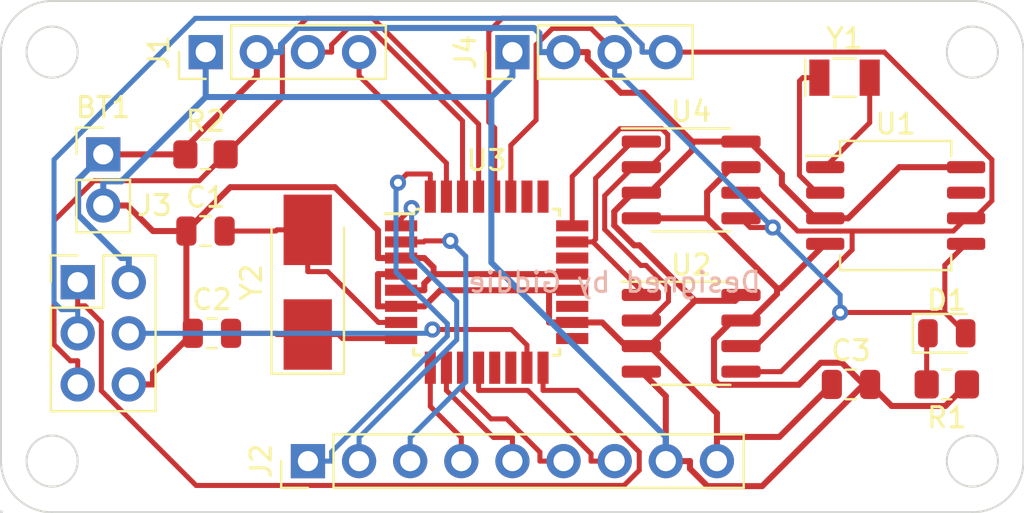
<source format=kicad_pcb>
(kicad_pcb (version 20211014) (generator pcbnew)
  (title_block (title "Arduino clone with external EEPROM") (date "2022-05-11") (rev "1") (company "GM Industries") (comment 1 "Designed by Giddie"))
  (layers (0 "F.Cu" signal) (31 "B.Cu" power) (34 "B.Paste" user) (35 "F.Paste" user) (36 "B.SilkS" user "B.Silkscreen") (37 "F.SilkS" user "F.Silkscreen") (38 "B.Mask" user) (39 "F.Mask" user) (44 "Edge.Cuts" user))
  (net 0 "")
  (net 1 "/VCC")
  (net 2 "GNDPWR")
  (net 3 "Net-(C1-Pad2)")
  (net 4 "Net-(C2-Pad2)")
  (net 5 "Net-(D1-Pad1)")
  (net 6 "/SDA")
  (net 7 "/RX")
  (net 8 "/TX")
  (net 9 "/D2")
  (net 10 "/D3")
  (net 11 "/D4")
  (net 12 "/D5")
  (net 13 "/D6")
  (net 14 "/D7")
  (net 15 "/D8")
  (net 16 "/MISO")
  (net 17 "/SCK")
  (net 18 "/MOSI")
  (net 19 "/RESET")
  (net 20 "Net-(U1-Pad1)")
  (net 21 "Net-(U1-Pad2)")
  (net 23 "/ADDR1")
  (net 24 "/ADDR2")
  (footprint "Capacitor_SMD:C_0805_2012Metric" (layer "F.Cu") (at 136.21 97.79)
    (fp_text reference "C3" (at 0 -1.68) (layer "F.SilkS"))
    (fp_text value "10uF")
    (fp_line (start -0.261252 -0.735) (end 0.261252 -0.735) (layer "F.SilkS") (width 0.12))
    (fp_line (start -0.261252 0.735) (end 0.261252 0.735) (layer "F.SilkS") (width 0.12))
    (pad "1" smd roundrect locked (at -0.95 0) (size 1 1.45) (layers "F.Cu" "F.Paste" "F.Mask") (net 1 "/VCC"))
    (pad "2" smd roundrect locked (at 0.95 0) (size 1 1.45) (layers "F.Cu" "F.Paste" "F.Mask") (net 2 "GNDPWR"))
  )
  (footprint "Connector_PinHeader_2.54mm:PinHeader_1x04_P2.54mm_Vertical" (layer "F.Cu") (at 104.15 81.28 90)
    (fp_text reference "J1" (at 0 -2.33 90) (layer "F.SilkS"))
    (fp_text value "Serial")
    (fp_line (start -1.33 8.95) (end 1.33 8.95) (layer "F.SilkS") (width 0.12))
    (fp_line (start 1.33 1.27) (end 1.33 8.95) (layer "F.SilkS") (width 0.12))
    (fp_line (start -1.33 1.27) (end 1.33 1.27) (layer "F.SilkS") (width 0.12))
    (fp_line (start -1.33 1.27) (end -1.33 8.95) (layer "F.SilkS") (width 0.12))
    (fp_line (start -1.33 0) (end -1.33 -1.33) (layer "F.SilkS") (width 0.12))
    (fp_line (start -1.33 -1.33) (end 0 -1.33) (layer "F.SilkS") (width 0.12))
    (pad "1" thru_hole rect locked (at 0 0 90) (size 1.7 1.7) (drill 1) (layers *.Cu *.Mask) (net 2 "GNDPWR"))
    (pad "2" thru_hole oval locked (at 0 2.54 90) (size 1.7 1.7) (drill 1) (layers *.Cu *.Mask) (net 1 "/VCC"))
    (pad "3" thru_hole oval locked (at 0 5.08 90) (size 1.7 1.7) (drill 1) (layers *.Cu *.Mask) (net 7 "/RX"))
    (pad "4" thru_hole oval locked (at 0 7.62 90) (size 1.7 1.7) (drill 1) (layers *.Cu *.Mask) (net 8 "/TX"))
  )
  (footprint "LED_SMD:LED_0805_2012Metric" (layer "F.Cu") (at 140.97 95.25)
    (fp_text reference "D1" (at 0 -1.65) (layer "F.SilkS"))
    (fp_text value "LED")
    (fp_line (start -1.685 0.96) (end 1 0.96) (layer "F.SilkS") (width 0.12))
    (fp_line (start -1.685 -0.96) (end -1.685 0.96) (layer "F.SilkS") (width 0.12))
    (fp_line (start 1 -0.96) (end -1.685 -0.96) (layer "F.SilkS") (width 0.12))
    (pad "1" smd roundrect locked (at -0.9375 0) (size 0.975 1.4) (layers "F.Cu" "F.Paste" "F.Mask") (net 5 "Net-(D1-Pad1)"))
    (pad "2" smd roundrect locked (at 0.9375 0) (size 0.975 1.4) (layers "F.Cu" "F.Paste" "F.Mask") (net 6 "/SDA"))
  )
  (footprint "Resistor_SMD:R_0805_2012Metric_Pad1.20x1.40mm_HandSolder" (layer "F.Cu") (at 104.14 86.36)
    (fp_text reference "R2" (at 0 -1.65) (layer "F.SilkS"))
    (fp_text value "10k")
    (fp_line (start -0.227064 0.735) (end 0.227064 0.735) (layer "F.SilkS") (width 0.12))
    (fp_line (start -0.227064 -0.735) (end 0.227064 -0.735) (layer "F.SilkS") (width 0.12))
    (pad "1" smd roundrect locked (at -1 0) (size 1.2 1.4) (layers "F.Cu" "F.Paste" "F.Mask") (roundrect_rratio 0.208333) (net 1 "/VCC"))
    (pad "2" smd roundrect locked (at 1 0) (size 1.2 1.4) (layers "F.Cu" "F.Paste" "F.Mask") (roundrect_rratio 0.208333) (net 19 "/RESET"))
  )
  (footprint "Connector_PinHeader_2.54mm:PinHeader_2x03_P2.54mm_Vertical" (layer "F.Cu") (at 97.79 92.71)
    (fp_text reference "J3" (at 3.81 -3.81) (layer "F.SilkS"))
    (fp_text value "ICSP")
    (fp_line (start 1.27 -1.33) (end 3.87 -1.33) (layer "F.SilkS") (width 0.12))
    (fp_line (start -1.33 1.27) (end 1.27 1.27) (layer "F.SilkS") (width 0.12))
    (fp_line (start -1.33 1.27) (end -1.33 6.41) (layer "F.SilkS") (width 0.12))
    (fp_line (start -1.33 6.41) (end 3.87 6.41) (layer "F.SilkS") (width 0.12))
    (fp_line (start 1.27 1.27) (end 1.27 -1.33) (layer "F.SilkS") (width 0.12))
    (fp_line (start -1.33 -1.33) (end 0 -1.33) (layer "F.SilkS") (width 0.12))
    (fp_line (start 3.87 -1.33) (end 3.87 6.41) (layer "F.SilkS") (width 0.12))
    (fp_line (start -1.33 0) (end -1.33 -1.33) (layer "F.SilkS") (width 0.12))
    (pad "1" thru_hole rect locked (at 0 0) (size 1.7 1.7) (drill 1) (layers *.Cu *.Mask) (net 16 "/MISO"))
    (pad "2" thru_hole oval locked (at 2.54 0) (size 1.7 1.7) (drill 1) (layers *.Cu *.Mask) (net 1 "/VCC"))
    (pad "3" thru_hole oval locked (at 0 2.54) (size 1.7 1.7) (drill 1) (layers *.Cu *.Mask) (net 17 "/SCK"))
    (pad "4" thru_hole oval locked (at 2.54 2.54) (size 1.7 1.7) (drill 1) (layers *.Cu *.Mask) (net 18 "/MOSI"))
    (pad "5" thru_hole oval locked (at 0 5.08) (size 1.7 1.7) (drill 1) (layers *.Cu *.Mask) (net 19 "/RESET"))
    (pad "6" thru_hole oval locked (at 2.54 5.08) (size 1.7 1.7) (drill 1) (layers *.Cu *.Mask) (net 2 "GNDPWR"))
  )
  (footprint "Package_SO:SOIC-8_3.9x4.9mm_P1.27mm" (layer "F.Cu") (at 128.27 95.25)
    (fp_text reference "U2" (at 0 -3.4) (layer "F.SilkS"))
    (fp_text value "24LC1025")
    (fp_line (start 0 2.56) (end -1.95 2.56) (layer "F.SilkS") (width 0.12))
    (fp_line (start 0 2.56) (end 1.95 2.56) (layer "F.SilkS") (width 0.12))
    (fp_line (start 0 -2.56) (end -3.45 -2.56) (layer "F.SilkS") (width 0.12))
    (fp_line (start 0 -2.56) (end 1.95 -2.56) (layer "F.SilkS") (width 0.12))
    (pad "1" smd roundrect locked (at -2.475 -1.905) (size 1.95 0.6) (layers "F.Cu" "F.Paste" "F.Mask") (net 23 "/ADDR1"))
    (pad "2" smd roundrect locked (at -2.475 -0.635) (size 1.95 0.6) (layers "F.Cu" "F.Paste" "F.Mask") (net 24 "/ADDR2"))
    (pad "3" smd roundrect locked (at -2.475 0.635) (size 1.95 0.6) (layers "F.Cu" "F.Paste" "F.Mask") (net 1 "/VCC"))
    (pad "4" smd roundrect locked (at -2.475 1.905) (size 1.95 0.6) (layers "F.Cu" "F.Paste" "F.Mask") (net 2 "GNDPWR"))
    (pad "5" smd roundrect locked (at 2.475 1.905) (size 1.95 0.6) (layers "F.Cu" "F.Paste" "F.Mask") (net 6 "/SDA"))
    (pad "6" smd roundrect locked (at 2.475 0.635) (size 1.95 0.6) (layers "F.Cu" "F.Paste" "F.Mask") (net 17 "/SCK"))
    (pad "7" smd roundrect locked (at 2.475 -0.635) (size 1.95 0.6) (layers "F.Cu" "F.Paste" "F.Mask") (net 2 "GNDPWR"))
    (pad "8" smd roundrect locked (at 2.475 -1.905) (size 1.95 0.6) (layers "F.Cu" "F.Paste" "F.Mask") (net 1 "/VCC"))
  )
  (footprint "Connector_PinHeader_2.54mm:PinHeader_1x09_P2.54mm_Vertical" (layer "F.Cu") (at 109.23 101.6 90)
    (fp_text reference "J2" (at 0 -2.33 90) (layer "F.SilkS"))
    (fp_text value "Digital Pins")
    (fp_line (start -1.33 21.65) (end 1.33 21.65) (layer "F.SilkS") (width 0.12))
    (fp_line (start 1.33 1.27) (end 1.33 21.65) (layer "F.SilkS") (width 0.12))
    (fp_line (start -1.33 1.27) (end 1.33 1.27) (layer "F.SilkS") (width 0.12))
    (fp_line (start -1.33 1.27) (end -1.33 21.65) (layer "F.SilkS") (width 0.12))
    (fp_line (start -1.33 0) (end -1.33 -1.33) (layer "F.SilkS") (width 0.12))
    (fp_line (start -1.33 -1.33) (end 0 -1.33) (layer "F.SilkS") (width 0.12))
    (pad "1" thru_hole rect locked (at 0 0 90) (size 1.7 1.7) (drill 1) (layers *.Cu *.Mask) (net 9 "/D2"))
    (pad "2" thru_hole oval locked (at 0 2.54 90) (size 1.7 1.7) (drill 1) (layers *.Cu *.Mask) (net 10 "/D3"))
    (pad "3" thru_hole oval locked (at 0 5.08 90) (size 1.7 1.7) (drill 1) (layers *.Cu *.Mask) (net 11 "/D4"))
    (pad "4" thru_hole oval locked (at 0 7.62 90) (size 1.7 1.7) (drill 1) (layers *.Cu *.Mask) (net 12 "/D5"))
    (pad "5" thru_hole oval locked (at 0 10.16 90) (size 1.7 1.7) (drill 1) (layers *.Cu *.Mask) (net 13 "/D6"))
    (pad "6" thru_hole oval locked (at 0 12.7 90) (size 1.7 1.7) (drill 1) (layers *.Cu *.Mask) (net 14 "/D7"))
    (pad "7" thru_hole oval locked (at 0 15.24 90) (size 1.7 1.7) (drill 1) (layers *.Cu *.Mask) (net 15 "/D8"))
    (pad "8" thru_hole oval locked (at 0 17.78 90) (size 1.7 1.7) (drill 1) (layers *.Cu *.Mask) (net 2 "GNDPWR"))
    (pad "9" thru_hole oval locked (at 0 20.32 90) (size 1.7 1.7) (drill 1) (layers *.Cu *.Mask) (net 1 "/VCC"))
  )
  (footprint "Capacitor_SMD:C_0805_2012Metric" (layer "F.Cu") (at 104.46 95.25)
    (fp_text reference "C2" (at 0 -1.68) (layer "F.SilkS"))
    (fp_text value "220pF")
    (fp_line (start -0.261252 0.735) (end 0.261252 0.735) (layer "F.SilkS") (width 0.12))
    (fp_line (start -0.261252 -0.735) (end 0.261252 -0.735) (layer "F.SilkS") (width 0.12))
    (pad "1" smd roundrect locked (at -0.95 0) (size 1 1.45) (layers "F.Cu" "F.Paste" "F.Mask") (net 2 "GNDPWR"))
    (pad "2" smd roundrect locked (at 0.95 0) (size 1 1.45) (layers "F.Cu" "F.Paste" "F.Mask") (net 4 "Net-(C2-Pad2)"))
  )
  (footprint "Connector_PinHeader_2.54mm:PinHeader_1x02_P2.54mm_Vertical" (layer "F.Cu") (at 99.06 86.36)
    (fp_text reference "BT1" (at 0 -2.33) (layer "F.SilkS"))
    (fp_text value "Battery 3V")
    (fp_line (start -1.33 1.27) (end -1.33 3.87) (layer "F.SilkS") (width 0.12))
    (fp_line (start -1.33 -1.33) (end 0 -1.33) (layer "F.SilkS") (width 0.12))
    (fp_line (start 1.33 1.27) (end 1.33 3.87) (layer "F.SilkS") (width 0.12))
    (fp_line (start -1.33 3.87) (end 1.33 3.87) (layer "F.SilkS") (width 0.12))
    (fp_line (start -1.33 1.27) (end 1.33 1.27) (layer "F.SilkS") (width 0.12))
    (fp_line (start -1.33 0) (end -1.33 -1.33) (layer "F.SilkS") (width 0.12))
    (pad "1" thru_hole rect locked (at 0 0) (size 1.7 1.7) (drill 1) (layers *.Cu *.Mask) (net 1 "/VCC"))
    (pad "2" thru_hole oval locked (at 0 2.54) (size 1.7 1.7) (drill 1) (layers *.Cu *.Mask) (net 2 "GNDPWR"))
  )
  (footprint "Package_SO:SO-8_5.3x6.2mm_P1.27mm" (layer "F.Cu") (at 138.43 88.9)
    (fp_text reference "U1" (at 0 -4.05) (layer "F.SilkS"))
    (fp_text value "DS1337_GM")
    (fp_line (start -2.76 3.21) (end -2.76 2.465) (layer "F.SilkS") (width 0.12))
    (fp_line (start 0 -3.21) (end 2.76 -3.21) (layer "F.SilkS") (width 0.12))
    (fp_line (start 0 3.21) (end -2.76 3.21) (layer "F.SilkS") (width 0.12))
    (fp_line (start -2.76 -2.465) (end -4.45 -2.465) (layer "F.SilkS") (width 0.12))
    (fp_line (start 0 3.21) (end 2.76 3.21) (layer "F.SilkS") (width 0.12))
    (fp_line (start 0 -3.21) (end -2.76 -3.21) (layer "F.SilkS") (width 0.12))
    (fp_line (start 2.76 3.21) (end 2.76 2.465) (layer "F.SilkS") (width 0.12))
    (fp_line (start -2.76 -3.21) (end -2.76 -2.465) (layer "F.SilkS") (width 0.12))
    (fp_line (start 2.76 -3.21) (end 2.76 -2.465) (layer "F.SilkS") (width 0.12))
    (pad "1" smd roundrect locked (at -3.5 -1.905) (size 1.9 0.6) (layers "F.Cu" "F.Paste" "F.Mask") (net 20 "Net-(U1-Pad1)"))
    (pad "2" smd roundrect locked (at -3.5 -0.635) (size 1.9 0.6) (layers "F.Cu" "F.Paste" "F.Mask") (net 21 "Net-(U1-Pad2)"))
    (pad "3" smd roundrect locked (at -3.5 0.635) (size 1.9 0.6) (layers "F.Cu" "F.Paste" "F.Mask") (net 1 "/VCC"))
    (pad "4" smd roundrect locked (at -3.5 1.905) (size 1.9 0.6) (layers "F.Cu" "F.Paste" "F.Mask") (net 2 "GNDPWR"))
    (pad "5" smd roundrect locked (at 3.5 1.905) (size 1.9 0.6) (layers "F.Cu" "F.Paste" "F.Mask") (net 6 "/SDA"))
    (pad "6" smd roundrect locked (at 3.5 0.635) (size 1.9 0.6) (layers "F.Cu" "F.Paste" "F.Mask") (net 17 "/SCK"))
    (pad "7" smd roundrect locked (at 3.5 -0.635) (size 1.9 0.6) (layers "F.Cu" "F.Paste" "F.Mask"))
    (pad "8" smd roundrect locked (at 3.5 -1.905) (size 1.9 0.6) (layers "F.Cu" "F.Paste" "F.Mask") (net 1 "/VCC"))
  )
  (footprint "Capacitor_SMD:C_0805_2012Metric" (layer "F.Cu") (at 104.14 90.17)
    (fp_text reference "C1" (at 0 -1.68) (layer "F.SilkS"))
    (fp_text value "220pF")
    (fp_line (start -0.261252 0.735) (end 0.261252 0.735) (layer "F.SilkS") (width 0.12))
    (fp_line (start -0.261252 -0.735) (end 0.261252 -0.735) (layer "F.SilkS") (width 0.12))
    (pad "1" smd roundrect locked (at -0.95 0) (size 1 1.45) (layers "F.Cu" "F.Paste" "F.Mask") (net 2 "GNDPWR"))
    (pad "2" smd roundrect locked (at 0.95 0) (size 1 1.45) (layers "F.Cu" "F.Paste" "F.Mask") (net 3 "Net-(C1-Pad2)"))
  )
  (footprint "Connector_PinHeader_2.54mm:PinHeader_1x04_P2.54mm_Vertical" (layer "F.Cu") (at 119.39 81.28 90)
    (fp_text reference "J4" (at 0 -2.33 90) (layer "F.SilkS"))
    (fp_text value "I2C")
    (fp_line (start 1.33 1.27) (end 1.33 8.95) (layer "F.SilkS") (width 0.12))
    (fp_line (start -1.33 8.95) (end 1.33 8.95) (layer "F.SilkS") (width 0.12))
    (fp_line (start -1.33 1.27) (end 1.33 1.27) (layer "F.SilkS") (width 0.12))
    (fp_line (start -1.33 1.27) (end -1.33 8.95) (layer "F.SilkS") (width 0.12))
    (fp_line (start -1.33 0) (end -1.33 -1.33) (layer "F.SilkS") (width 0.12))
    (fp_line (start -1.33 -1.33) (end 0 -1.33) (layer "F.SilkS") (width 0.12))
    (pad "1" thru_hole rect locked (at 0 0 90) (size 1.7 1.7) (drill 1) (layers *.Cu *.Mask) (net 2 "GNDPWR"))
    (pad "2" thru_hole oval locked (at 0 2.54 90) (size 1.7 1.7) (drill 1) (layers *.Cu *.Mask) (net 1 "/VCC"))
    (pad "3" thru_hole oval locked (at 0 5.08 90) (size 1.7 1.7) (drill 1) (layers *.Cu *.Mask) (net 6 "/SDA"))
    (pad "4" thru_hole oval locked (at 0 7.62 90) (size 1.7 1.7) (drill 1) (layers *.Cu *.Mask) (net 17 "/SCK"))
  )
  (footprint "Package_QFP:TQFP-32_7x7mm_P0.8mm" (layer "F.Cu") (at 118.11 92.71)
    (fp_text reference "U3" (at 0 -6.05) (layer "F.SilkS"))
    (fp_text value "ATmega328P-A")
    (fp_line (start -3.625 3.625) (end -3.625 3.3) (layer "F.SilkS") (width 0.15))
    (fp_line (start 3.625 3.625) (end 3.625 3.3) (layer "F.SilkS") (width 0.15))
    (fp_line (start 3.625 -3.625) (end 3.3 -3.625) (layer "F.SilkS") (width 0.15))
    (fp_line (start 3.625 -3.625) (end 3.625 -3.3) (layer "F.SilkS") (width 0.15))
    (fp_line (start -3.625 -3.625) (end -3.625 -3.4) (layer "F.SilkS") (width 0.15))
    (fp_line (start 3.625 3.625) (end 3.3 3.625) (layer "F.SilkS") (width 0.15))
    (fp_line (start -3.625 3.625) (end -3.3 3.625) (layer "F.SilkS") (width 0.15))
    (fp_line (start -3.625 -3.625) (end -3.3 -3.625) (layer "F.SilkS") (width 0.15))
    (fp_line (start -3.625 -3.4) (end -5.05 -3.4) (layer "F.SilkS") (width 0.15))
    (pad "1" smd rect locked (at -4.25 -2.8) (size 1.6 0.55) (layers "F.Cu" "F.Paste" "F.Mask") (net 10 "/D3"))
    (pad "2" smd rect locked (at -4.25 -2) (size 1.6 0.55) (layers "F.Cu" "F.Paste" "F.Mask") (net 11 "/D4"))
    (pad "3" smd rect locked (at -4.25 -1.2) (size 1.6 0.55) (layers "F.Cu" "F.Paste" "F.Mask") (net 2 "GNDPWR"))
    (pad "4" smd rect locked (at -4.25 -0.4) (size 1.6 0.55) (layers "F.Cu" "F.Paste" "F.Mask") (net 1 "/VCC"))
    (pad "5" smd rect locked (at -4.25 0.4) (size 1.6 0.55) (layers "F.Cu" "F.Paste" "F.Mask") (net 2 "GNDPWR"))
    (pad "6" smd rect locked (at -4.25 1.2) (size 1.6 0.55) (layers "F.Cu" "F.Paste" "F.Mask") (net 1 "/VCC"))
    (pad "7" smd rect locked (at -4.25 2) (size 1.6 0.55) (layers "F.Cu" "F.Paste" "F.Mask") (net 3 "Net-(C1-Pad2)"))
    (pad "8" smd rect locked (at -4.25 2.8) (size 1.6 0.55) (layers "F.Cu" "F.Paste" "F.Mask") (net 4 "Net-(C2-Pad2)"))
    (pad "9" smd rect locked (at -2.8 4.25 90) (size 1.6 0.55) (layers "F.Cu" "F.Paste" "F.Mask") (net 12 "/D5"))
    (pad "10" smd rect locked (at -2 4.25 90) (size 1.6 0.55) (layers "F.Cu" "F.Paste" "F.Mask") (net 13 "/D6"))
    (pad "11" smd rect locked (at -1.2 4.25 90) (size 1.6 0.55) (layers "F.Cu" "F.Paste" "F.Mask") (net 14 "/D7"))
    (pad "12" smd rect locked (at -0.4 4.25 90) (size 1.6 0.55) (layers "F.Cu" "F.Paste" "F.Mask") (net 15 "/D8"))
    (pad "13" smd rect locked (at 0.4 4.25 90) (size 1.6 0.55) (layers "F.Cu" "F.Paste" "F.Mask"))
    (pad "14" smd rect locked (at 1.2 4.25 90) (size 1.6 0.55) (layers "F.Cu" "F.Paste" "F.Mask"))
    (pad "15" smd rect locked (at 2 4.25 90) (size 1.6 0.55) (layers "F.Cu" "F.Paste" "F.Mask") (net 18 "/MOSI"))
    (pad "16" smd rect locked (at 2.8 4.25 90) (size 1.6 0.55) (layers "F.Cu" "F.Paste" "F.Mask") (net 16 "/MISO"))
    (pad "17" smd rect locked (at 4.25 2.8) (size 1.6 0.55) (layers "F.Cu" "F.Paste" "F.Mask"))
    (pad "18" smd rect locked (at 4.25 2) (size 1.6 0.55) (layers "F.Cu" "F.Paste" "F.Mask") (net 1 "/VCC"))
    (pad "19" smd rect locked (at 4.25 1.2) (size 1.6 0.55) (layers "F.Cu" "F.Paste" "F.Mask"))
    (pad "20" smd rect locked (at 4.25 0.4) (size 1.6 0.55) (layers "F.Cu" "F.Paste" "F.Mask") (net 1 "/VCC"))
    (pad "21" smd rect locked (at 4.25 -0.4) (size 1.6 0.55) (layers "F.Cu" "F.Paste" "F.Mask") (net 2 "GNDPWR"))
    (pad "22" smd rect locked (at 4.25 -1.2) (size 1.6 0.55) (layers "F.Cu" "F.Paste" "F.Mask"))
    (pad "23" smd rect locked (at 4.25 -2) (size 1.6 0.55) (layers "F.Cu" "F.Paste" "F.Mask") (net 23 "/ADDR1"))
    (pad "24" smd rect locked (at 4.25 -2.8) (size 1.6 0.55) (layers "F.Cu" "F.Paste" "F.Mask") (net 24 "/ADDR2"))
    (pad "25" smd rect locked (at 2.8 -4.25 90) (size 1.6 0.55) (layers "F.Cu" "F.Paste" "F.Mask"))
    (pad "26" smd rect locked (at 2 -4.25 90) (size 1.6 0.55) (layers "F.Cu" "F.Paste" "F.Mask"))
    (pad "27" smd rect locked (at 1.2 -4.25 90) (size 1.6 0.55) (layers "F.Cu" "F.Paste" "F.Mask") (net 6 "/SDA"))
    (pad "28" smd rect locked (at 0.4 -4.25 90) (size 1.6 0.55) (layers "F.Cu" "F.Paste" "F.Mask") (net 17 "/SCK"))
    (pad "29" smd rect locked (at -0.4 -4.25 90) (size 1.6 0.55) (layers "F.Cu" "F.Paste" "F.Mask") (net 19 "/RESET"))
    (pad "30" smd rect locked (at -1.2 -4.25 90) (size 1.6 0.55) (layers "F.Cu" "F.Paste" "F.Mask") (net 7 "/RX"))
    (pad "31" smd rect locked (at -2 -4.25 90) (size 1.6 0.55) (layers "F.Cu" "F.Paste" "F.Mask") (net 8 "/TX"))
    (pad "32" smd rect locked (at -2.8 -4.25 90) (size 1.6 0.55) (layers "F.Cu" "F.Paste" "F.Mask") (net 9 "/D2"))
  )
  (footprint "Crystal:Crystal_SMD_MicroCrystal_CC7V-T1A-2Pin_3.2x1.5mm" (layer "F.Cu") (at 135.89 82.55)
    (fp_text reference "Y1" (at 0 -1.95) (layer "F.SilkS"))
    (fp_text value "Crystal 32MHz")
    (fp_line (start -0.55 -0.95) (end 0.55 -0.95) (layer "F.SilkS") (width 0.12))
    (fp_line (start -0.55 0.95) (end 0.55 0.95) (layer "F.SilkS") (width 0.12))
    (fp_line (start -1.95 -0.9) (end -1.95 0.9) (layer "F.SilkS") (width 0.12))
    (pad "1" smd rect locked (at -1.25 0) (size 1 1.8) (layers "F.Cu" "F.Paste" "F.Mask") (net 21 "Net-(U1-Pad2)"))
    (pad "2" smd rect locked (at 1.25 0) (size 1 1.8) (layers "F.Cu" "F.Paste" "F.Mask") (net 20 "Net-(U1-Pad1)"))
  )
  (footprint "Crystal:Crystal_SMD_5032-2Pin_5.0x3.2mm_HandSoldering" (layer "F.Cu") (at 109.22 92.71 90)
    (fp_text reference "Y2" (at 0 -2.8 90) (layer "F.SilkS"))
    (fp_text value "Crystal 16MHz")
    (fp_line (start -4.55 1.8) (end 2.7 1.8) (layer "F.SilkS") (width 0.12))
    (fp_line (start -4.55 -1.8) (end -4.55 1.8) (layer "F.SilkS") (width 0.12))
    (fp_line (start 2.7 -1.8) (end -4.55 -1.8) (layer "F.SilkS") (width 0.12))
    (pad "1" smd rect locked (at -2.6 0 90) (size 3.5 2.4) (layers "F.Cu" "F.Paste" "F.Mask") (net 4 "Net-(C2-Pad2)"))
    (pad "2" smd rect locked (at 2.6 0 90) (size 3.5 2.4) (layers "F.Cu" "F.Paste" "F.Mask") (net 3 "Net-(C1-Pad2)"))
  )
  (footprint "Package_SO:SOIC-8_3.9x4.9mm_P1.27mm" (layer "F.Cu") (at 128.27 87.63)
    (fp_text reference "U4" (at 0 -3.4) (layer "F.SilkS"))
    (fp_text value "24LC1025")
    (fp_line (start 0 2.56) (end 1.95 2.56) (layer "F.SilkS") (width 0.12))
    (fp_line (start 0 2.56) (end -1.95 2.56) (layer "F.SilkS") (width 0.12))
    (fp_line (start 0 -2.56) (end 1.95 -2.56) (layer "F.SilkS") (width 0.12))
    (fp_line (start 0 -2.56) (end -3.45 -2.56) (layer "F.SilkS") (width 0.12))
    (pad "1" smd roundrect locked (at -2.475 -1.905) (size 1.95 0.6) (layers "F.Cu" "F.Paste" "F.Mask") (net 23 "/ADDR1"))
    (pad "2" smd roundrect locked (at -2.475 -0.635) (size 1.95 0.6) (layers "F.Cu" "F.Paste" "F.Mask") (net 24 "/ADDR2"))
    (pad "3" smd roundrect locked (at -2.475 0.635) (size 1.95 0.6) (layers "F.Cu" "F.Paste" "F.Mask") (net 1 "/VCC"))
    (pad "4" smd roundrect locked (at -2.475 1.905) (size 1.95 0.6) (layers "F.Cu" "F.Paste" "F.Mask") (net 2 "GNDPWR"))
    (pad "5" smd roundrect locked (at 2.475 1.905) (size 1.95 0.6) (layers "F.Cu" "F.Paste" "F.Mask") (net 6 "/SDA"))
    (pad "6" smd roundrect locked (at 2.475 0.635) (size 1.95 0.6) (layers "F.Cu" "F.Paste" "F.Mask") (net 17 "/SCK"))
    (pad "7" smd roundrect locked (at 2.475 -0.635) (size 1.95 0.6) (layers "F.Cu" "F.Paste" "F.Mask") (net 2 "GNDPWR"))
    (pad "8" smd roundrect locked (at 2.475 -1.905) (size 1.95 0.6) (layers "F.Cu" "F.Paste" "F.Mask") (net 1 "/VCC"))
  )
  (footprint "Resistor_SMD:R_0805_2012Metric_Pad1.20x1.40mm_HandSolder" (layer "F.Cu") (at 140.97 97.79 180)
    (fp_text reference "R1" (at 0 -1.65) (layer "F.SilkS"))
    (fp_text value "330")
    (fp_line (start -0.227064 0.735) (end 0.227064 0.735) (layer "F.SilkS") (width 0.12))
    (fp_line (start -0.227064 -0.735) (end 0.227064 -0.735) (layer "F.SilkS") (width 0.12))
    (pad "1" smd roundrect locked (at -1 0 180) (size 1.2 1.4) (layers "F.Cu" "F.Paste" "F.Mask") (roundrect_rratio 0.208333) (net 2 "GNDPWR"))
    (pad "2" smd roundrect locked (at 1 0 180) (size 1.2 1.4) (layers "F.Cu" "F.Paste" "F.Mask") (roundrect_rratio 0.208333) (net 5 "Net-(D1-Pad1)"))
  )
  (gr_circle (center 142.24 101.6) (end 142.24 102.87) (layer "Edge.Cuts") (width 0.1) (fill none))
  (gr_circle (center 96.520001 81.280001) (end 96.520001 82.550001) (layer "Edge.Cuts") (width 0.1) (fill none))
  (gr_line (start 93.98 81.28) (end 93.98 101.6) (layer "Edge.Cuts") (width 0.1))
  (gr_arc (start 93.98 81.28) (mid 94.723949 79.483949) (end 96.52 78.74) (layer "Edge.Cuts") (width 0.1))
  (gr_arc (start 142.240001 78.739999) (mid 144.036052 79.483948) (end 144.780001 81.279999) (layer "Edge.Cuts") (width 0.1))
  (gr_arc (start 93.98 104.14) (mid 93.98 104.14) (end 93.98 104.14) (layer "Edge.Cuts") (width 0.1))
  (gr_line (start 142.240001 78.739999) (end 96.52 78.74) (layer "Edge.Cuts") (width 0.1))
  (gr_line (start 144.780001 101.600001) (end 144.780001 81.279999) (layer "Edge.Cuts") (width 0.1))
  (gr_arc (start 96.52 104.14) (mid 94.723949 103.396051) (end 93.98 101.6) (layer "Edge.Cuts") (width 0.1))
  (gr_line (start 96.52 104.14) (end 142.240001 104.140001) (layer "Edge.Cuts") (width 0.1))
  (gr_circle (center 96.52 101.6) (end 96.52 102.87) (layer "Edge.Cuts") (width 0.1) (fill none))
  (gr_circle (center 142.24 81.28) (end 142.24 82.55) (layer "Edge.Cuts") (width 0.1) (fill none))
  (gr_arc (start 144.780001 101.600001) (mid 144.036052 103.396052) (end 142.240001 104.140001) (layer "Edge.Cuts") (width 0.1))
  (gr_text "Designed by Giddie\n" (at 124.46 92.71) (layer "B.SilkS") (effects (font (size 1 1)) (justify mirror)))
  (segment (start 134.4508 89.535) (end 134.93 89.535) (width 0.3) (layer "F.Cu") (net 1))
  (segment (start 132.6503 100.3997) (end 135.26 97.79) (width 0.3) (layer "F.Cu") (net 1))
  (segment (start 103.14 86.0303) (end 106.69 82.4803) (width 0.3) (layer "F.Cu") (net 1))
  (segment (start 114.3101 93.91) (end 113.86 93.91) (width 0.3) (layer "F.Cu") (net 1))
  (segment (start 138.6094 86.995) (end 141.93 86.995) (width 0.3) (layer "F.Cu") (net 1))
  (segment (start 128.4582 93.6351) (end 130.4549 93.6351) (width 0.3) (layer "F.Cu") (net 1))
  (segment (start 99.06 86.36) (end 103.14 86.36) (width 0.3) (layer "F.Cu") (net 1))
  (segment (start 128.4582 93.6351) (end 125.7007 90.8776) (width 0.3) (layer "F.Cu") (net 1))
  (segment (start 115.0103 93.91) (end 115.8103 93.11) (width 0.3) (layer "F.Cu") (net 1))
  (segment (start 121.93 81.28) (end 123.1303 81.28) (width 0.3) (layer "F.Cu") (net 1))
  (segment (start 125.3807 88.265) (end 125.795 88.265) (width 0.3) (layer "F.Cu") (net 1))
  (segment (start 129.55 100.3997) (end 132.6503 100.3997) (width 0.3) (layer "F.Cu") (net 1))
  (segment (start 130.4549 93.6351) (end 130.745 93.345) (width 0.3) (layer "F.Cu") (net 1))
  (segment (start 114.3101 93.91) (end 115.0103 93.91) (width 0.3) (layer "F.Cu") (net 1))
  (segment (start 124.7742 83.2991) (end 125.8932 83.2991) (width 0.3) (layer "F.Cu") (net 1))
  (segment (start 123.1303 81.6552) (end 124.7742 83.2991) (width 0.3) (layer "F.Cu") (net 1))
  (segment (start 106.69 81.28) (end 106.69 82.4803) (width 0.3) (layer "F.Cu") (net 1))
  (segment (start 123.8484 94.71) (end 122.36 94.71) (width 0.3) (layer "F.Cu") (net 1))
  (segment (start 113.86 93.91) (end 112.7097 93.91) (width 0.3) (layer "F.Cu") (net 1))
  (segment (start 128.3191 86.1554) (end 126.2095 88.265) (width 0.3) (layer "F.Cu") (net 1))
  (segment (start 126.2084 95.885) (end 125.795 95.885) (width 0.3) (layer "F.Cu") (net 1))
  (segment (start 124.4486 89.8907) (end 124.4486 89.1971) (width 0.3) (layer "F.Cu") (net 1))
  (segment (start 125.8932 83.2991) (end 128.3191 85.725) (width 0.3) (layer "F.Cu") (net 1))
  (segment (start 115.8103 93.11) (end 121.2097 93.11) (width 0.3) (layer "F.Cu") (net 1))
  (segment (start 122.36 93.11) (end 121.2097 93.11) (width 0.3) (layer "F.Cu") (net 1))
  (segment (start 132.778 87.3335) (end 132.778 87.8622) (width 0.3) (layer "F.Cu") (net 1))
  (segment (start 126.2095 88.265) (end 125.795 88.265) (width 0.3) (layer "F.Cu") (net 1))
  (segment (start 128.4582 93.6352) (end 126.2084 95.885) (width 0.3) (layer "F.Cu") (net 1))
  (segment (start 125.4355 90.8776) (end 124.4486 89.8907) (width 0.3) (layer "F.Cu") (net 1))
  (segment (start 125.0234 95.885) (end 123.8484 94.71) (width 0.3) (layer "F.Cu") (net 1))
  (segment (start 129.55 100.3997) (end 129.55 99.2266) (width 0.3) (layer "F.Cu") (net 1))
  (segment (start 125.795 95.885) (end 125.0234 95.885) (width 0.3) (layer "F.Cu") (net 1))
  (segment (start 136.0694 89.535) (end 138.6094 86.995) (width 0.3) (layer "F.Cu") (net 1))
  (segment (start 131.1695 85.725) (end 132.778 87.3335) (width 0.3) (layer "F.Cu") (net 1))
  (segment (start 129.55 99.2266) (end 126.2084 95.885) (width 0.3) (layer "F.Cu") (net 1))
  (segment (start 113.86 92.31) (end 112.7097 92.31) (width 0.3) (layer "F.Cu") (net 1))
  (segment (start 134.93 89.535) (end 136.0694 89.535) (width 0.3) (layer "F.Cu") (net 1))
  (segment (start 123.1303 81.28) (end 123.1303 81.6552) (width 0.3) (layer "F.Cu") (net 1))
  (segment (start 130.745 85.725) (end 131.1695 85.725) (width 0.3) (layer "F.Cu") (net 1))
  (segment (start 132.778 87.8622) (end 134.4508 89.535) (width 0.3) (layer "F.Cu") (net 1))
  (segment (start 125.7007 90.8776) (end 125.4355 90.8776) (width 0.3) (layer "F.Cu") (net 1))
  (segment (start 128.3191 85.725) (end 128.3191 86.1554) (width 0.3) (layer "F.Cu") (net 1))
  (segment (start 129.55 101.6) (end 129.55 100.3997) (width 0.3) (layer "F.Cu") (net 1))
  (segment (start 128.3191 85.725) (end 130.745 85.725) (width 0.3) (layer "F.Cu") (net 1))
  (segment (start 121.2097 93.11) (end 121.2097 94.71) (width 0.3) (layer "F.Cu") (net 1))
  (segment (start 124.4486 89.1971) (end 125.3807 88.265) (width 0.3) (layer "F.Cu") (net 1))
  (segment (start 112.7097 93.91) (end 112.7097 92.31) (width 0.3) (layer "F.Cu") (net 1))
  (segment (start 122.36 94.71) (end 121.2097 94.71) (width 0.3) (layer "F.Cu") (net 1))
  (segment (start 128.4582 93.6351) (end 128.4582 93.6352) (width 0.3) (layer "F.Cu") (net 1))
  (segment (start 103.14 86.36) (end 103.14 86.0303) (width 0.3) (layer "F.Cu") (net 1))
  (segment (start 108.7156 80.0796) (end 120.466 80.0796) (width 0.3) (layer "B.Cu") (net 1))
  (segment (start 99.06 86.36) (end 97.8118 87.6082) (width 0.3) (layer "B.Cu") (net 1))
  (segment (start 120.466 80.0796) (end 120.7297 80.3433) (width 0.3) (layer "B.Cu") (net 1))
  (segment (start 97.8118 89.3646) (end 99.9569 91.5097) (width 0.3) (layer "B.Cu") (net 1))
  (segment (start 106.69 81.28) (end 107.8903 81.28) (width 0.3) (layer "B.Cu") (net 1))
  (segment (start 100.33 92.71) (end 100.33 91.5097) (width 0.3) (layer "B.Cu") (net 1))
  (segment (start 97.8118 87.6082) (end 97.8118 89.3646) (width 0.3) (layer "B.Cu") (net 1))
  (segment (start 121.93 81.28) (end 120.7297 81.28) (width 0.3) (layer "B.Cu") (net 1))
  (segment (start 107.8903 80.9049) (end 108.7156 80.0796) (width 0.3) (layer "B.Cu") (net 1))
  (segment (start 120.7297 80.3433) (end 120.7297 81.28) (width 0.3) (layer "B.Cu") (net 1))
  (segment (start 107.8903 81.28) (end 107.8903 80.9049) (width 0.3) (layer "B.Cu") (net 1))
  (segment (start 99.9569 91.5097) (end 100.33 91.5097) (width 0.3) (layer "B.Cu") (net 1))
  (segment (start 127.01 101.6) (end 128.2103 101.6) (width 0.3) (layer "F.Cu") (net 2))
  (segment (start 136.8429 97.7974) (end 135.759 96.7136) (width 0.3) (layer "F.Cu") (net 2))
  (segment (start 103.19 90.17) (end 105.3695 87.9905) (width 0.3) (layer "F.Cu") (net 2))
  (segment (start 129.0614 89.535) (end 125.795 89.535) (width 0.3) (layer "F.Cu") (net 2))
  (segment (start 130.3313 94.615) (end 130.745 94.615) (width 0.3) (layer "F.Cu") (net 2))
  (segment (start 138.2306 98.8606) (end 140.8994 98.8606) (width 0.3) (layer "F.Cu") (net 2))
  (segment (start 137.16 97.79) (end 138.2306 98.8606) (width 0.3) (layer "F.Cu") (net 2))
  (segment (start 112.7097 90.1307) (end 112.7097 91.51) (width 0.3) (layer "F.Cu") (net 2))
  (segment (start 128.2103 101.6) (end 128.2103 101.9751) (width 0.3) (layer "F.Cu") (net 2))
  (segment (start 129.4053 97.5726) (end 129.4053 95.541) (width 0.3) (layer "F.Cu") (net 2))
  (segment (start 135.759 96.7136) (end 134.7101 96.7136) (width 0.3) (layer "F.Cu") (net 2))
  (segment (start 129.6398 97.8071) (end 129.4053 97.5726) (width 0.3) (layer "F.Cu") (net 2))
  (segment (start 129.0614 88.231) (end 129.0614 89.535) (width 0.3) (layer "F.Cu") (net 2))
  (segment (start 140.8994 98.8606) (end 141.97 97.79) (width 0.3) (layer "F.Cu") (net 2))
  (segment (start 105.3695 87.9905) (end 110.5695 87.9905) (width 0.3) (layer "F.Cu") (net 2))
  (segment (start 129.0775 102.8423) (end 131.798 102.8423) (width 0.3) (layer "F.Cu") (net 2))
  (segment (start 130.2974 86.995) (end 129.0614 88.231) (width 0.3) (layer "F.Cu") (net 2))
  (segment (start 132.5354 93.009) (end 129.0614 89.535) (width 0.3) (layer "F.Cu") (net 2))
  (segment (start 115.4706 92.31) (end 122.36 92.31) (width 0.3) (layer "F.Cu") (net 2))
  (segment (start 128.2103 101.9751) (end 129.0775 102.8423) (width 0.3) (layer "F.Cu") (net 2))
  (segment (start 132.5354 93.009) (end 132.5354 93.2933) (width 0.3) (layer "F.Cu") (net 2))
  (segment (start 130.745 86.995) (end 130.2974 86.995) (width 0.3) (layer "F.Cu") (net 2))
  (segment (start 132.726 93.009) (end 132.5354 93.009) (width 0.3) (layer "F.Cu") (net 2))
  (segment (start 125.795 97.155) (end 127.01 98.37) (width 0.3) (layer "F.Cu") (net 2))
  (segment (start 103.51 95.25) (end 101.5303 97.2297) (width 0.3) (layer "F.Cu") (net 2))
  (segment (start 113.86 91.51) (end 112.7097 91.51) (width 0.3) (layer "F.Cu") (net 2))
  (segment (start 132.5354 93.2933) (end 131.2137 94.615) (width 0.3) (layer "F.Cu") (net 2))
  (segment (start 115.4706 92.31) (end 115.0103 92.7703) (width 0.3) (layer "F.Cu") (net 2))
  (segment (start 131.2137 94.615) (end 130.745 94.615) (width 0.3) (layer "F.Cu") (net 2))
  (segment (start 103.19 94.93) (end 103.51 95.25) (width 0.3) (layer "F.Cu") (net 2))
  (segment (start 115.4706 91.9703) (end 115.0103 91.51) (width 0.3) (layer "F.Cu") (net 2))
  (segment (start 137.16 97.79) (end 137.1525 97.7975) (width 0.3) (layer "F.Cu") (net 2))
  (segment (start 113.86 91.51) (end 115.0103 91.51) (width 0.3) (layer "F.Cu") (net 2))
  (segment (start 103.19 90.17) (end 103.19 94.93) (width 0.3) (layer "F.Cu") (net 2))
  (segment (start 137.1525 97.7975) (end 136.8429 97.7975) (width 0.3) (layer "F.Cu") (net 2))
  (segment (start 110.5695 87.9905) (end 112.7097 90.1307) (width 0.3) (layer "F.Cu") (net 2))
  (segment (start 127.01 98.37) (end 127.01 101.6) (width 0.3) (layer "F.Cu") (net 2))
  (segment (start 99.06 88.9) (end 100.2603 88.9) (width 0.3) (layer "F.Cu") (net 2))
  (segment (start 129.4053 95.541) (end 130.3313 94.615) (width 0.3) (layer "F.Cu") (net 2))
  (segment (start 101.5303 97.2297) (end 101.5303 97.79) (width 0.3) (layer "F.Cu") (net 2))
  (segment (start 131.798 102.8423) (end 136.8429 97.7974) (width 0.3) (layer "F.Cu") (net 2))
  (segment (start 100.33 97.79) (end 101.5303 97.79) (width 0.3) (layer "F.Cu") (net 2))
  (segment (start 115.0103 92.7703) (end 115.0103 93.11) (width 0.3) (layer "F.Cu") (net 2))
  (segment (start 134.7101 96.7136) (end 133.6166 97.8071) (width 0.3) (layer "F.Cu") (net 2))
  (segment (start 113.86 93.11) (end 115.0103 93.11) (width 0.3) (layer "F.Cu") (net 2))
  (segment (start 115.4706 92.31) (end 115.4706 91.9703) (width 0.3) (layer "F.Cu") (net 2))
  (segment (start 100.2603 88.9) (end 101.5303 90.17) (width 0.3) (layer "F.Cu") (net 2))
  (segment (start 134.93 90.805) (end 132.726 93.009) (width 0.3) (layer "F.Cu") (net 2))
  (segment (start 136.8429 97.7975) (end 136.8429 97.7974) (width 0.3) (layer "F.Cu") (net 2))
  (segment (start 101.5303 90.17) (end 103.19 90.17) (width 0.3) (layer "F.Cu") (net 2))
  (segment (start 133.6166 97.8071) (end 129.6398 97.8071) (width 0.3) (layer "F.Cu") (net 2))
  (segment (start 99.06 88.9) (end 99.06 87.6997) (width 0.3) (layer "B.Cu") (net 2))
  (segment (start 118.3428 83.5099) (end 119.3724 82.4803) (width 0.3) (layer "B.Cu") (net 2))
  (segment (start 119.3724 82.4803) (end 119.39 82.4803) (width 0.3) (layer "B.Cu") (net 2))
  (segment (start 99.9602 87.6997) (end 104.15 83.5099) (width 0.3) (layer "B.Cu") (net 2))
  (segment (start 119.39 81.28) (end 119.39 82.4803) (width 0.3) (layer "B.Cu") (net 2))
  (segment (start 118.3428 91.7325) (end 127.01 100.3997) (width 0.3) (layer "B.Cu") (net 2))
  (segment (start 104.15 83.5099) (end 104.15 81.28) (width 0.3) (layer "B.Cu") (net 2))
  (segment (start 127.01 101.6) (end 127.01 100.3997) (width 0.3) (layer "B.Cu") (net 2))
  (segment (start 99.06 87.6997) (end 99.9602 87.6997) (width 0.3) (layer "B.Cu") (net 2))
  (segment (start 118.3428 83.5099) (end 118.3428 91.7325) (width 0.3) (layer "B.Cu") (net 2))
  (segment (start 104.15 83.5099) (end 118.3428 83.5099) (width 0.3) (layer "B.Cu") (net 2))
  (segment (start 110.21 92.1853) (end 109.22 92.1853) (width 0.25) (layer "F.Cu") (net 3))
  (segment (start 109.22 90.11) (end 107.6947 90.11) (width 0.25) (layer "F.Cu") (net 3))
  (segment (start 113.86 94.71) (end 112.7347 94.71) (width 0.25) (layer "F.Cu") (net 3))
  (segment (start 109.22 90.11) (end 109.22 92.1853) (width 0.25) (layer "F.Cu") (net 3))
  (segment (start 107.6347 90.17) (end 107.6947 90.11) (width 0.25) (layer "F.Cu") (net 3))
  (segment (start 112.7347 94.71) (end 110.21 92.1853) (width 0.25) (layer "F.Cu") (net 3))
  (segment (start 105.09 90.17) (end 107.6347 90.17) (width 0.25) (layer "F.Cu") (net 3))
  (segment (start 109.22 95.31) (end 110.7453 95.31) (width 0.25) (layer "F.Cu") (net 4))
  (segment (start 105.41 95.25) (end 107.6347 95.25) (width 0.25) (layer "F.Cu") (net 4))
  (segment (start 110.9453 95.51) (end 110.7453 95.31) (width 0.25) (layer "F.Cu") (net 4))
  (segment (start 107.6347 95.25) (end 107.6947 95.31) (width 0.25) (layer "F.Cu") (net 4))
  (segment (start 113.86 95.51) (end 110.9453 95.51) (width 0.25) (layer "F.Cu") (net 4))
  (segment (start 109.22 95.31) (end 107.6947 95.31) (width 0.25) (layer "F.Cu") (net 4))
  (segment (start 139.97 95.3125) (end 139.97 97.79) (width 0.25) (layer "F.Cu") (net 5))
  (segment (start 140.0325 95.25) (end 139.97 95.3125) (width 0.25) (layer "F.Cu") (net 5))
  (segment (start 140.8736 91.8614) (end 140.8736 94.2161) (width 0.25) (layer "F.Cu") (net 6))
  (segment (start 140.8736 94.2161) (end 135.6723 94.2161) (width 0.25) (layer "F.Cu") (net 6))
  (segment (start 130.745 97.155) (end 132.7334 97.155) (width 0.25) (layer "F.Cu") (net 6))
  (segment (start 130.745 89.535) (end 131.2041 89.9941) (width 0.25) (layer "F.Cu") (net 6))
  (segment (start 132.7334 97.155) (end 135.6723 94.2161) (width 0.25) (layer "F.Cu") (net 6))
  (segment (start 141.93 90.805) (end 140.8736 91.8614) (width 0.25) (layer "F.Cu") (net 6))
  (segment (start 121.3814 80.1023) (end 120.5654 80.9183) (width 0.25) (layer "F.Cu") (net 6))
  (segment (start 141.9075 95.25) (end 140.8736 94.2161) (width 0.25) (layer "F.Cu") (net 6))
  (segment (start 123.2923 80.1023) (end 121.3814 80.1023) (width 0.25) (layer "F.Cu") (net 6))
  (segment (start 131.2041 89.9941) (end 132.323 89.9941) (width 0.25) (layer "F.Cu") (net 6))
  (segment (start 124.47 81.28) (end 123.2923 80.1023) (width 0.25) (layer "F.Cu") (net 6))
  (segment (start 120.5654 80.9183) (end 120.5654 84.6524) (width 0.25) (layer "F.Cu") (net 6))
  (segment (start 119.31 85.9078) (end 119.31 88.46) (width 0.25) (layer "F.Cu") (net 6))
  (segment (start 120.5654 84.6524) (end 119.31 85.9078) (width 0.25) (layer "F.Cu") (net 6))
  (via (at 135.6723 94.2161) (size 0.8) (drill 0.4) (layers "F.Cu" "B.Cu") (net 6))
  (via (at 132.323 89.9941) (size 0.8) (drill 0.4) (layers "F.Cu" "B.Cu") (net 6))
  (segment (start 124.47 81.28) (end 124.47 82.4553) (width 0.25) (layer "B.Cu") (net 6))
  (segment (start 132.323 89.9941) (end 135.6723 93.3434) (width 0.25) (layer "B.Cu") (net 6))
  (segment (start 124.47 82.4553) (end 124.7842 82.4553) (width 0.25) (layer "B.Cu") (net 6))
  (segment (start 135.6723 93.3434) (end 135.6723 94.2161) (width 0.25) (layer "B.Cu") (net 6))
  (segment (start 124.7842 82.4553) (end 132.323 89.9941) (width 0.25) (layer "B.Cu") (net 6))
  (segment (start 116.9099 87.3347) (end 116.91 87.3347) (width 0.25) (layer "F.Cu") (net 7))
  (segment (start 116.91 88.46) (end 116.91 87.3347) (width 0.25) (layer "F.Cu") (net 7))
  (segment (start 110.4053 80.9127) (end 111.2307 80.0873) (width 0.25) (layer "F.Cu") (net 7))
  (segment (start 110.4053 81.28) (end 110.4053 80.9127) (width 0.25) (layer "F.Cu") (net 7))
  (segment (start 111.2307 80.0873) (end 112.2985 80.0873) (width 0.25) (layer "F.Cu") (net 7))
  (segment (start 112.2985 80.0873) (end 116.9099 84.6987) (width 0.25) (layer "F.Cu") (net 7))
  (segment (start 116.9099 84.6987) (end 116.9099 87.3347) (width 0.25) (layer "F.Cu") (net 7))
  (segment (start 109.23 81.28) (end 110.4053 81.28) (width 0.25) (layer "F.Cu") (net 7))
  (segment (start 116.11 86.7953) (end 116.11 88.46) (width 0.25) (layer "F.Cu") (net 8))
  (segment (start 111.77 82.4553) (end 116.11 86.7953) (width 0.25) (layer "F.Cu") (net 8))
  (segment (start 111.77 81.28) (end 111.77 82.4553) (width 0.25) (layer "F.Cu") (net 8))
  (segment (start 114.1387 87.3347) (end 115.31 87.3347) (width 0.25) (layer "F.Cu") (net 9))
  (segment (start 113.7037 87.7697) (end 114.1387 87.3347) (width 0.25) (layer "F.Cu") (net 9))
  (segment (start 115.31 88.46) (end 115.31 87.3347) (width 0.25) (layer "F.Cu") (net 9))
  (via (at 113.7037 87.7697) (size 0.8) (drill 0.4) (layers "F.Cu" "B.Cu") (net 9))
  (segment (start 113.6054 92.219) (end 113.6054 87.868) (width 0.25) (layer "B.Cu") (net 9))
  (segment (start 116.1557 94.7693) (end 113.6054 92.219) (width 0.25) (layer "B.Cu") (net 9))
  (segment (start 109.23 101.6) (end 110.4053 101.6) (width 0.25) (layer "B.Cu") (net 9))
  (segment (start 110.4053 101.1402) (end 116.1557 95.3898) (width 0.25) (layer "B.Cu") (net 9))
  (segment (start 110.4053 101.6) (end 110.4053 101.1402) (width 0.25) (layer "B.Cu") (net 9))
  (segment (start 113.6054 87.868) (end 113.7037 87.7697) (width 0.25) (layer "B.Cu") (net 9))
  (segment (start 116.1557 95.3898) (end 116.1557 94.7693) (width 0.25) (layer "B.Cu") (net 9))
  (segment (start 113.86 89.91) (end 113.86 89.5517) (width 0.25) (layer "F.Cu") (net 10))
  (segment (start 113.86 89.5517) (end 114.3827 89.029) (width 0.25) (layer "F.Cu") (net 10))
  (via (at 114.3827 89.029) (size 0.8) (drill 0.4) (layers "F.Cu" "B.Cu") (net 10))
  (segment (start 116.6201 93.6707) (end 114.3827 91.4333) (width 0.25) (layer "B.Cu") (net 10))
  (segment (start 114.3827 91.4333) (end 114.3827 89.029) (width 0.25) (layer "B.Cu") (net 10))
  (segment (start 111.77 101.6) (end 111.77 100.4247) (width 0.25) (layer "B.Cu") (net 10))
  (segment (start 111.77 100.4247) (end 116.6201 95.5746) (width 0.25) (layer "B.Cu") (net 10))
  (segment (start 116.6201 95.5746) (end 116.6201 93.6707) (width 0.25) (layer "B.Cu") (net 10))
  (segment (start 115.0371 90.6582) (end 114.9853 90.71) (width 0.25) (layer "F.Cu") (net 11))
  (segment (start 116.303 90.6582) (end 115.0371 90.6582) (width 0.25) (layer "F.Cu") (net 11))
  (segment (start 113.86 90.71) (end 114.9853 90.71) (width 0.25) (layer "F.Cu") (net 11))
  (via (at 116.303 90.6582) (size 0.8) (drill 0.4) (layers "F.Cu" "B.Cu") (net 11))
  (segment (start 117.0705 91.4257) (end 116.303 90.6582) (width 0.25) (layer "B.Cu") (net 11))
  (segment (start 114.31 100.4247) (end 117.0705 97.6642) (width 0.25) (layer "B.Cu") (net 11))
  (segment (start 114.31 101.6) (end 114.31 100.4247) (width 0.25) (layer "B.Cu") (net 11))
  (segment (start 117.0705 97.6642) (end 117.0705 91.4257) (width 0.25) (layer "B.Cu") (net 11))
  (segment (start 116.85 101.6) (end 116.85 100.4247) (width 0.25) (layer "F.Cu") (net 12))
  (segment (start 116.85 100.4247) (end 115.31 98.8847) (width 0.25) (layer "F.Cu") (net 12))
  (segment (start 115.31 98.8847) (end 115.31 96.96) (width 0.25) (layer "F.Cu") (net 12))
  (segment (start 119.39 100.4247) (end 118.4494 100.4247) (width 0.25) (layer "F.Cu") (net 13))
  (segment (start 116.11 96.96) (end 116.11 98.0853) (width 0.25) (layer "F.Cu") (net 13))
  (segment (start 118.4494 100.4247) (end 116.11 98.0853) (width 0.25) (layer "F.Cu") (net 13))
  (segment (start 119.39 101.6) (end 119.39 100.4247) (width 0.25) (layer "F.Cu") (net 13))
  (segment (start 120.7547 101.1525) (end 119.1042 99.502) (width 0.25) (layer "F.Cu") (net 14))
  (segment (start 119.1042 99.502) (end 118.3267 99.502) (width 0.25) (layer "F.Cu") (net 14))
  (segment (start 121.93 101.6) (end 120.7547 101.6) (width 0.25) (layer "F.Cu") (net 14))
  (segment (start 120.7547 101.6) (end 120.7547 101.1525) (width 0.25) (layer "F.Cu") (net 14))
  (segment (start 118.3267 99.502) (end 116.91 98.0853) (width 0.25) (layer "F.Cu") (net 14))
  (segment (start 116.91 96.96) (end 116.91 98.0853) (width 0.25) (layer "F.Cu") (net 14))
  (segment (start 123.2947 101.2327) (end 120.1473 98.0853) (width 0.25) (layer "F.Cu") (net 15))
  (segment (start 117.71 96.96) (end 117.71 98.0853) (width 0.25) (layer "F.Cu") (net 15))
  (segment (start 123.2947 101.6) (end 123.2947 101.2327) (width 0.25) (layer "F.Cu") (net 15))
  (segment (start 120.1473 98.0853) (end 117.71 98.0853) (width 0.25) (layer "F.Cu") (net 15))
  (segment (start 124.47 101.6) (end 123.2947 101.6) (width 0.25) (layer "F.Cu") (net 15))
  (segment (start 122.6276 98.0853) (end 120.91 98.0853) (width 0.25) (layer "F.Cu") (net 16))
  (segment (start 125.6896 101.1473) (end 122.6276 98.0853) (width 0.25) (layer "F.Cu") (net 16))
  (segment (start 97.79 92.71) (end 97.79 93.8853) (width 0.25) (layer "F.Cu") (net 16))
  (segment (start 98.1574 93.8853) (end 98.9653 94.6932) (width 0.25) (layer "F.Cu") (net 16))
  (segment (start 103.6735 102.8089) (end 124.934 102.8089) (width 0.25) (layer "F.Cu") (net 16))
  (segment (start 124.934 102.8089) (end 125.6896 102.0533) (width 0.25) (layer "F.Cu") (net 16))
  (segment (start 125.6896 102.0533) (end 125.6896 101.1473) (width 0.25) (layer "F.Cu") (net 16))
  (segment (start 97.79 93.8853) (end 98.1574 93.8853) (width 0.25) (layer "F.Cu") (net 16))
  (segment (start 120.91 96.96) (end 120.91 98.0853) (width 0.25) (layer "F.Cu") (net 16))
  (segment (start 98.9653 98.1007) (end 103.6735 102.8089) (width 0.25) (layer "F.Cu") (net 16))
  (segment (start 98.9653 94.6932) (end 98.9653 98.1007) (width 0.25) (layer "F.Cu") (net 16))
  (segment (start 127.01 81.28) (end 125.8347 81.28) (width 0.25) (layer "F.Cu") (net 17))
  (segment (start 130.745 95.885) (end 131.4823 95.885) (width 0.25) (layer "F.Cu") (net 17))
  (segment (start 141.93 89.535) (end 142.3407 89.535) (width 0.25) (layer "F.Cu") (net 17))
  (segment (start 136.2675 90.17) (end 133.5636 90.17) (width 0.25) (layer "F.Cu") (net 17))
  (segment (start 125.8347 80.9127) (end 124.5195 79.5975) (width 0.25) (layer "F.Cu") (net 17))
  (segment (start 125.8347 81.28) (end 125.8347 80.9127) (width 0.25) (layer "F.Cu") (net 17))
  (segment (start 137.8657 81.28) (end 127.01 81.28) (width 0.25) (layer "F.Cu") (net 17))
  (segment (start 118.51 85.0502) (end 118.51 88.46) (width 0.25) (layer "F.Cu") (net 17))
  (segment (start 143.2098 86.6241) (end 137.8657 81.28) (width 0.25) (layer "F.Cu") (net 17))
  (segment (start 143.2098 88.6659) (end 143.2098 86.6241) (width 0.25) (layer "F.Cu") (net 17))
  (segment (start 124.5195 79.5975) (end 118.8763 79.5975) (width 0.25) (layer "F.Cu") (net 17))
  (segment (start 142.3407 89.535) (end 143.2098 88.6659) (width 0.25) (layer "F.Cu") (net 17))
  (segment (start 131.6586 88.265) (end 130.745 88.265) (width 0.25) (layer "F.Cu") (net 17))
  (segment (start 118.2146 80.2592) (end 118.2146 84.7548) (width 0.25) (layer "F.Cu") (net 17))
  (segment (start 118.8763 79.5975) (end 118.2146 80.2592) (width 0.25) (layer "F.Cu") (net 17))
  (segment (start 136.2675 91.0998) (end 136.2675 90.17) (width 0.25) (layer "F.Cu") (net 17))
  (segment (start 131.4823 95.885) (end 136.2675 91.0998) (width 0.25) (layer "F.Cu") (net 17))
  (segment (start 141.93 89.535) (end 141.295 90.17) (width 0.25) (layer "F.Cu") (net 17))
  (segment (start 141.295 90.17) (end 136.2675 90.17) (width 0.25) (layer "F.Cu") (net 17))
  (segment (start 118.2146 84.7548) (end 118.51 85.0502) (width 0.25) (layer "F.Cu") (net 17))
  (segment (start 133.5636 90.17) (end 131.6586 88.265) (width 0.25) (layer "F.Cu") (net 17))
  (segment (start 97.79 94.0747) (end 96.982 94.0747) (width 0.25) (layer "B.Cu") (net 17))
  (segment (start 97.79 95.25) (end 97.79 94.0747) (width 0.25) (layer "B.Cu") (net 17))
  (segment (start 96.6146 93.7073) (end 96.6146 86.6225) (width 0.25) (layer "B.Cu") (net 17))
  (segment (start 124.5233 79.6013) (end 125.8347 80.9127) (width 0.25) (layer "B.Cu") (net 17))
  (segment (start 103.6358 79.6013) (end 124.5233 79.6013) (width 0.25) (layer "B.Cu") (net 17))
  (segment (start 125.8347 80.9127) (end 125.8347 81.28) (width 0.25) (layer "B.Cu") (net 17))
  (segment (start 127.01 81.28) (end 125.8347 81.28) (width 0.25) (layer "B.Cu") (net 17))
  (segment (start 96.6146 86.6225) (end 103.6358 79.6013) (width 0.25) (layer "B.Cu") (net 17))
  (segment (start 96.982 94.0747) (end 96.6146 93.7073) (width 0.25) (layer "B.Cu") (net 17))
  (segment (start 120.11 96.96) (end 120.11 95.8347) (width 0.25) (layer "F.Cu") (net 18))
  (segment (start 119.3374 95.0621) (end 120.11 95.8347) (width 0.25) (layer "F.Cu") (net 18))
  (segment (start 115.4157 95.0621) (end 119.3374 95.0621) (width 0.25) (layer "F.Cu") (net 18))
  (via (at 115.4157 95.0621) (size 0.8) (drill 0.4) (layers "F.Cu" "B.Cu") (net 18))
  (segment (start 115.2278 95.25) (end 115.4157 95.0621) (width 0.25) (layer "B.Cu") (net 18))
  (segment (start 100.33 95.25) (end 115.2278 95.25) (width 0.25) (layer "B.Cu") (net 18))
  (segment (start 107.96 83.54) (end 107.96 80.8151) (width 0.25) (layer "F.Cu") (net 19))
  (segment (start 107.96 80.8151) (end 109.1737 79.6014) (width 0.25) (layer "F.Cu") (net 19))
  (segment (start 96.614 89.6564) (end 98.6011 87.6693) (width 0.25) (layer "F.Cu") (net 19))
  (segment (start 109.1737 79.6014) (end 112.4509 79.6014) (width 0.25) (layer "F.Cu") (net 19))
  (segment (start 98.6011 87.6693) (end 103.8307 87.6693) (width 0.25) (layer "F.Cu") (net 19))
  (segment (start 117.71 84.8605) (end 117.71 88.46) (width 0.25) (layer "F.Cu") (net 19))
  (segment (start 97.79 96.6147) (end 97.4227 96.6147) (width 0.25) (layer "F.Cu") (net 19))
  (segment (start 96.614 95.806) (end 96.614 89.6564) (width 0.25) (layer "F.Cu") (net 19))
  (segment (start 112.4509 79.6014) (end 117.71 84.8605) (width 0.25) (layer "F.Cu") (net 19))
  (segment (start 105.14 86.36) (end 107.96 83.54) (width 0.25) (layer "F.Cu") (net 19))
  (segment (start 97.79 97.79) (end 97.79 96.6147) (width 0.25) (layer "F.Cu") (net 19))
  (segment (start 97.4227 96.6147) (end 96.614 95.806) (width 0.25) (layer "F.Cu") (net 19))
  (segment (start 103.8307 87.6693) (end 105.14 86.36) (width 0.25) (layer "F.Cu") (net 19))
  (segment (start 134.93 86.995) (end 137.14 84.785) (width 0.25) (layer "F.Cu") (net 20))
  (segment (start 137.14 84.785) (end 137.14 82.55) (width 0.25) (layer "F.Cu") (net 20))
  (segment (start 134.93 88.265) (end 134.5134 88.265) (width 0.25) (layer "F.Cu") (net 21))
  (segment (start 134.64 82.55) (end 133.8147 82.55) (width 0.25) (layer "F.Cu") (net 21))
  (segment (start 133.6501 87.4017) (end 133.6501 82.7146) (width 0.25) (layer "F.Cu") (net 21))
  (segment (start 133.6501 82.7146) (end 133.8147 82.55) (width 0.25) (layer "F.Cu") (net 21))
  (segment (start 134.5134 88.265) (end 133.6501 87.4017) (width 0.25) (layer "F.Cu") (net 21))
  (segment (start 123.3879 90.71) (end 125.795 93.1171) (width 0.25) (layer "F.Cu") (net 23))
  (segment (start 122.36 90.71) (end 123.3879 90.71) (width 0.25) (layer "F.Cu") (net 23))
  (segment (start 125.795 93.1171) (end 125.795 93.345) (width 0.25) (layer "F.Cu") (net 23))
  (segment (start 123.5228 87.5505) (end 125.3483 85.725) (width 0.25) (layer "F.Cu") (net 23))
  (segment (start 123.5228 90.5751) (end 123.5228 87.5505) (width 0.25) (layer "F.Cu") (net 23))
  (segment (start 125.3483 85.725) (end 125.795 85.725) (width 0.25) (layer "F.Cu") (net 23))
  (segment (start 123.3879 90.71) (end 123.5228 90.5751) (width 0.25) (layer "F.Cu") (net 23))
  (segment (start 122.36 89.91) (end 122.36 87.4586) (width 0.25) (layer "F.Cu") (net 24))
  (segment (start 126.8122 85.0861) (end 127.1053 85.3792) (width 0.25) (layer "F.Cu") (net 24))
  (segment (start 123.9732 88.4136) (end 123.9732 90.0875) (width 0.25) (layer "F.Cu") (net 24))
  (segment (start 127.1053 85.3792) (end 127.1053 86.1197) (width 0.25) (layer "F.Cu") (net 24))
  (segment (start 127.1053 86.1197) (end 126.23 86.995) (width 0.25) (layer "F.Cu") (net 24))
  (segment (start 122.36 87.4586) (end 124.7325 85.0861) (width 0.25) (layer "F.Cu") (net 24))
  (segment (start 127.1437 93.6615) (end 126.1902 94.615) (width 0.25) (layer "F.Cu") (net 24))
  (segment (start 126.1902 94.615) (end 125.795 94.615) (width 0.25) (layer "F.Cu") (net 24))
  (segment (start 125.7623 91.8766) (end 126.0274 91.8766) (width 0.25) (layer "F.Cu") (net 24))
  (segment (start 125.3918 86.995) (end 123.9732 88.4136) (width 0.25) (layer "F.Cu") (net 24))
  (segment (start 123.9732 90.0875) (end 125.7623 91.8766) (width 0.25) (layer "F.Cu") (net 24))
  (segment (start 127.1437 92.9929) (end 127.1437 93.6615) (width 0.25) (layer "F.Cu") (net 24))
  (segment (start 124.7325 85.0861) (end 126.8122 85.0861) (width 0.25) (layer "F.Cu") (net 24))
  (segment (start 126.0274 91.8766) (end 127.1437 92.9929) (width 0.25) (layer "F.Cu") (net 24))
  (segment (start 126.23 86.995) (end 125.795 86.995) (width 0.25) (layer "F.Cu") (net 24))
  (segment (start 125.795 86.995) (end 125.3918 86.995) (width 0.25) (layer "F.Cu") (net 24))
)
</source>
